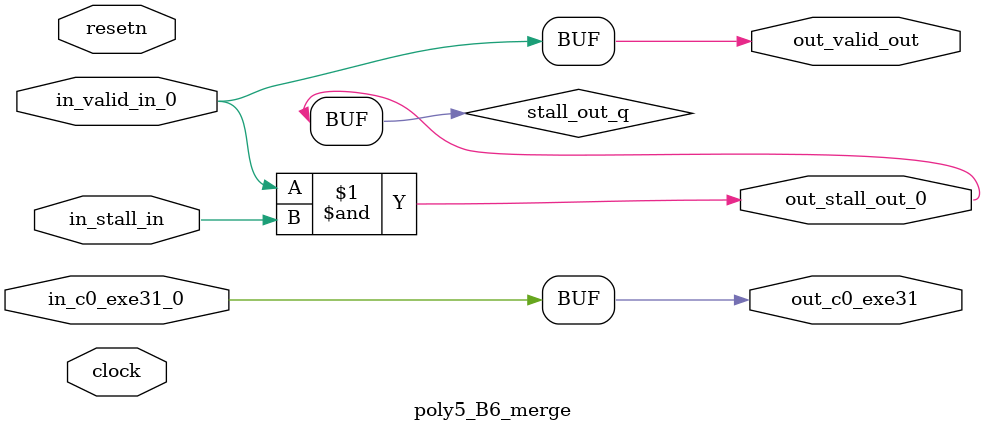
<source format=sv>



(* altera_attribute = "-name AUTO_SHIFT_REGISTER_RECOGNITION OFF; -name MESSAGE_DISABLE 10036; -name MESSAGE_DISABLE 10037; -name MESSAGE_DISABLE 14130; -name MESSAGE_DISABLE 14320; -name MESSAGE_DISABLE 15400; -name MESSAGE_DISABLE 14130; -name MESSAGE_DISABLE 10036; -name MESSAGE_DISABLE 12020; -name MESSAGE_DISABLE 12030; -name MESSAGE_DISABLE 12010; -name MESSAGE_DISABLE 12110; -name MESSAGE_DISABLE 14320; -name MESSAGE_DISABLE 13410; -name MESSAGE_DISABLE 113007; -name MESSAGE_DISABLE 10958" *)
module poly5_B6_merge (
    input wire [0:0] in_c0_exe31_0,
    input wire [0:0] in_stall_in,
    input wire [0:0] in_valid_in_0,
    output wire [0:0] out_c0_exe31,
    output wire [0:0] out_stall_out_0,
    output wire [0:0] out_valid_out,
    input wire clock,
    input wire resetn
    );

    wire [0:0] stall_out_q;


    // out_c0_exe31(GPOUT,5)
    assign out_c0_exe31 = in_c0_exe31_0;

    // stall_out(LOGICAL,8)
    assign stall_out_q = in_valid_in_0 & in_stall_in;

    // out_stall_out_0(GPOUT,6)
    assign out_stall_out_0 = stall_out_q;

    // out_valid_out(GPOUT,7)
    assign out_valid_out = in_valid_in_0;

endmodule

</source>
